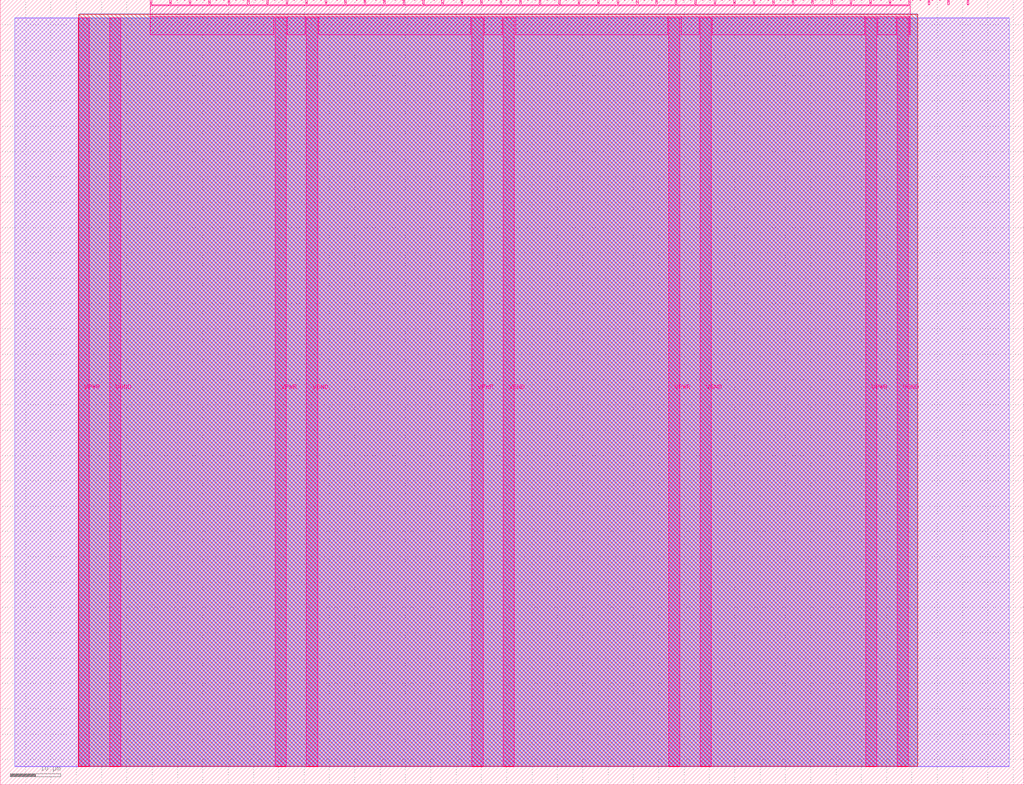
<source format=lef>
VERSION 5.7 ;
  NOWIREEXTENSIONATPIN ON ;
  DIVIDERCHAR "/" ;
  BUSBITCHARS "[]" ;
MACRO tt_um_wokwi_434917260383792129
  CLASS BLOCK ;
  FOREIGN tt_um_wokwi_434917260383792129 ;
  ORIGIN 0.000 0.000 ;
  SIZE 202.080 BY 154.980 ;
  PIN VGND
    DIRECTION INOUT ;
    USE GROUND ;
    PORT
      LAYER Metal5 ;
        RECT 21.580 3.560 23.780 151.420 ;
    END
    PORT
      LAYER Metal5 ;
        RECT 60.450 3.560 62.650 151.420 ;
    END
    PORT
      LAYER Metal5 ;
        RECT 99.320 3.560 101.520 151.420 ;
    END
    PORT
      LAYER Metal5 ;
        RECT 138.190 3.560 140.390 151.420 ;
    END
    PORT
      LAYER Metal5 ;
        RECT 177.060 3.560 179.260 151.420 ;
    END
  END VGND
  PIN VPWR
    DIRECTION INOUT ;
    USE POWER ;
    PORT
      LAYER Metal5 ;
        RECT 15.380 3.560 17.580 151.420 ;
    END
    PORT
      LAYER Metal5 ;
        RECT 54.250 3.560 56.450 151.420 ;
    END
    PORT
      LAYER Metal5 ;
        RECT 93.120 3.560 95.320 151.420 ;
    END
    PORT
      LAYER Metal5 ;
        RECT 131.990 3.560 134.190 151.420 ;
    END
    PORT
      LAYER Metal5 ;
        RECT 170.860 3.560 173.060 151.420 ;
    END
  END VPWR
  PIN clk
    DIRECTION INPUT ;
    USE SIGNAL ;
    PORT
      LAYER Metal5 ;
        RECT 187.050 153.980 187.350 154.980 ;
    END
  END clk
  PIN ena
    DIRECTION INPUT ;
    USE SIGNAL ;
    PORT
      LAYER Metal5 ;
        RECT 190.890 153.980 191.190 154.980 ;
    END
  END ena
  PIN rst_n
    DIRECTION INPUT ;
    USE SIGNAL ;
    PORT
      LAYER Metal5 ;
        RECT 183.210 153.980 183.510 154.980 ;
    END
  END rst_n
  PIN ui_in[0]
    DIRECTION INPUT ;
    USE SIGNAL ;
    ANTENNAGATEAREA 0.180700 ;
    PORT
      LAYER Metal5 ;
        RECT 179.370 153.980 179.670 154.980 ;
    END
  END ui_in[0]
  PIN ui_in[1]
    DIRECTION INPUT ;
    USE SIGNAL ;
    ANTENNAGATEAREA 0.180700 ;
    PORT
      LAYER Metal5 ;
        RECT 175.530 153.980 175.830 154.980 ;
    END
  END ui_in[1]
  PIN ui_in[2]
    DIRECTION INPUT ;
    USE SIGNAL ;
    ANTENNAGATEAREA 0.180700 ;
    PORT
      LAYER Metal5 ;
        RECT 171.690 153.980 171.990 154.980 ;
    END
  END ui_in[2]
  PIN ui_in[3]
    DIRECTION INPUT ;
    USE SIGNAL ;
    ANTENNAGATEAREA 0.180700 ;
    PORT
      LAYER Metal5 ;
        RECT 167.850 153.980 168.150 154.980 ;
    END
  END ui_in[3]
  PIN ui_in[4]
    DIRECTION INPUT ;
    USE SIGNAL ;
    ANTENNAGATEAREA 0.180700 ;
    PORT
      LAYER Metal5 ;
        RECT 164.010 153.980 164.310 154.980 ;
    END
  END ui_in[4]
  PIN ui_in[5]
    DIRECTION INPUT ;
    USE SIGNAL ;
    ANTENNAGATEAREA 0.180700 ;
    PORT
      LAYER Metal5 ;
        RECT 160.170 153.980 160.470 154.980 ;
    END
  END ui_in[5]
  PIN ui_in[6]
    DIRECTION INPUT ;
    USE SIGNAL ;
    ANTENNAGATEAREA 0.180700 ;
    PORT
      LAYER Metal5 ;
        RECT 156.330 153.980 156.630 154.980 ;
    END
  END ui_in[6]
  PIN ui_in[7]
    DIRECTION INPUT ;
    USE SIGNAL ;
    ANTENNAGATEAREA 0.180700 ;
    PORT
      LAYER Metal5 ;
        RECT 152.490 153.980 152.790 154.980 ;
    END
  END ui_in[7]
  PIN uio_in[0]
    DIRECTION INPUT ;
    USE SIGNAL ;
    PORT
      LAYER Metal5 ;
        RECT 148.650 153.980 148.950 154.980 ;
    END
  END uio_in[0]
  PIN uio_in[1]
    DIRECTION INPUT ;
    USE SIGNAL ;
    PORT
      LAYER Metal5 ;
        RECT 144.810 153.980 145.110 154.980 ;
    END
  END uio_in[1]
  PIN uio_in[2]
    DIRECTION INPUT ;
    USE SIGNAL ;
    PORT
      LAYER Metal5 ;
        RECT 140.970 153.980 141.270 154.980 ;
    END
  END uio_in[2]
  PIN uio_in[3]
    DIRECTION INPUT ;
    USE SIGNAL ;
    PORT
      LAYER Metal5 ;
        RECT 137.130 153.980 137.430 154.980 ;
    END
  END uio_in[3]
  PIN uio_in[4]
    DIRECTION INPUT ;
    USE SIGNAL ;
    PORT
      LAYER Metal5 ;
        RECT 133.290 153.980 133.590 154.980 ;
    END
  END uio_in[4]
  PIN uio_in[5]
    DIRECTION INPUT ;
    USE SIGNAL ;
    PORT
      LAYER Metal5 ;
        RECT 129.450 153.980 129.750 154.980 ;
    END
  END uio_in[5]
  PIN uio_in[6]
    DIRECTION INPUT ;
    USE SIGNAL ;
    PORT
      LAYER Metal5 ;
        RECT 125.610 153.980 125.910 154.980 ;
    END
  END uio_in[6]
  PIN uio_in[7]
    DIRECTION INPUT ;
    USE SIGNAL ;
    PORT
      LAYER Metal5 ;
        RECT 121.770 153.980 122.070 154.980 ;
    END
  END uio_in[7]
  PIN uio_oe[0]
    DIRECTION OUTPUT ;
    USE SIGNAL ;
    ANTENNADIFFAREA 0.299200 ;
    PORT
      LAYER Metal5 ;
        RECT 56.490 153.980 56.790 154.980 ;
    END
  END uio_oe[0]
  PIN uio_oe[1]
    DIRECTION OUTPUT ;
    USE SIGNAL ;
    ANTENNADIFFAREA 0.299200 ;
    PORT
      LAYER Metal5 ;
        RECT 52.650 153.980 52.950 154.980 ;
    END
  END uio_oe[1]
  PIN uio_oe[2]
    DIRECTION OUTPUT ;
    USE SIGNAL ;
    ANTENNADIFFAREA 0.299200 ;
    PORT
      LAYER Metal5 ;
        RECT 48.810 153.980 49.110 154.980 ;
    END
  END uio_oe[2]
  PIN uio_oe[3]
    DIRECTION OUTPUT ;
    USE SIGNAL ;
    ANTENNADIFFAREA 0.299200 ;
    PORT
      LAYER Metal5 ;
        RECT 44.970 153.980 45.270 154.980 ;
    END
  END uio_oe[3]
  PIN uio_oe[4]
    DIRECTION OUTPUT ;
    USE SIGNAL ;
    ANTENNADIFFAREA 0.299200 ;
    PORT
      LAYER Metal5 ;
        RECT 41.130 153.980 41.430 154.980 ;
    END
  END uio_oe[4]
  PIN uio_oe[5]
    DIRECTION OUTPUT ;
    USE SIGNAL ;
    ANTENNADIFFAREA 0.299200 ;
    PORT
      LAYER Metal5 ;
        RECT 37.290 153.980 37.590 154.980 ;
    END
  END uio_oe[5]
  PIN uio_oe[6]
    DIRECTION OUTPUT ;
    USE SIGNAL ;
    ANTENNADIFFAREA 0.299200 ;
    PORT
      LAYER Metal5 ;
        RECT 33.450 153.980 33.750 154.980 ;
    END
  END uio_oe[6]
  PIN uio_oe[7]
    DIRECTION OUTPUT ;
    USE SIGNAL ;
    ANTENNADIFFAREA 0.299200 ;
    PORT
      LAYER Metal5 ;
        RECT 29.610 153.980 29.910 154.980 ;
    END
  END uio_oe[7]
  PIN uio_out[0]
    DIRECTION OUTPUT ;
    USE SIGNAL ;
    ANTENNADIFFAREA 0.299200 ;
    PORT
      LAYER Metal5 ;
        RECT 87.210 153.980 87.510 154.980 ;
    END
  END uio_out[0]
  PIN uio_out[1]
    DIRECTION OUTPUT ;
    USE SIGNAL ;
    ANTENNADIFFAREA 0.299200 ;
    PORT
      LAYER Metal5 ;
        RECT 83.370 153.980 83.670 154.980 ;
    END
  END uio_out[1]
  PIN uio_out[2]
    DIRECTION OUTPUT ;
    USE SIGNAL ;
    ANTENNADIFFAREA 0.299200 ;
    PORT
      LAYER Metal5 ;
        RECT 79.530 153.980 79.830 154.980 ;
    END
  END uio_out[2]
  PIN uio_out[3]
    DIRECTION OUTPUT ;
    USE SIGNAL ;
    ANTENNADIFFAREA 0.299200 ;
    PORT
      LAYER Metal5 ;
        RECT 75.690 153.980 75.990 154.980 ;
    END
  END uio_out[3]
  PIN uio_out[4]
    DIRECTION OUTPUT ;
    USE SIGNAL ;
    ANTENNADIFFAREA 0.299200 ;
    PORT
      LAYER Metal5 ;
        RECT 71.850 153.980 72.150 154.980 ;
    END
  END uio_out[4]
  PIN uio_out[5]
    DIRECTION OUTPUT ;
    USE SIGNAL ;
    ANTENNADIFFAREA 0.299200 ;
    PORT
      LAYER Metal5 ;
        RECT 68.010 153.980 68.310 154.980 ;
    END
  END uio_out[5]
  PIN uio_out[6]
    DIRECTION OUTPUT ;
    USE SIGNAL ;
    ANTENNADIFFAREA 0.299200 ;
    PORT
      LAYER Metal5 ;
        RECT 64.170 153.980 64.470 154.980 ;
    END
  END uio_out[6]
  PIN uio_out[7]
    DIRECTION OUTPUT ;
    USE SIGNAL ;
    ANTENNADIFFAREA 0.299200 ;
    PORT
      LAYER Metal5 ;
        RECT 60.330 153.980 60.630 154.980 ;
    END
  END uio_out[7]
  PIN uo_out[0]
    DIRECTION OUTPUT ;
    USE SIGNAL ;
    ANTENNADIFFAREA 0.654800 ;
    PORT
      LAYER Metal5 ;
        RECT 117.930 153.980 118.230 154.980 ;
    END
  END uo_out[0]
  PIN uo_out[1]
    DIRECTION OUTPUT ;
    USE SIGNAL ;
    ANTENNADIFFAREA 0.654800 ;
    PORT
      LAYER Metal5 ;
        RECT 114.090 153.980 114.390 154.980 ;
    END
  END uo_out[1]
  PIN uo_out[2]
    DIRECTION OUTPUT ;
    USE SIGNAL ;
    ANTENNADIFFAREA 0.654800 ;
    PORT
      LAYER Metal5 ;
        RECT 110.250 153.980 110.550 154.980 ;
    END
  END uo_out[2]
  PIN uo_out[3]
    DIRECTION OUTPUT ;
    USE SIGNAL ;
    ANTENNADIFFAREA 0.654800 ;
    PORT
      LAYER Metal5 ;
        RECT 106.410 153.980 106.710 154.980 ;
    END
  END uo_out[3]
  PIN uo_out[4]
    DIRECTION OUTPUT ;
    USE SIGNAL ;
    ANTENNADIFFAREA 0.654800 ;
    PORT
      LAYER Metal5 ;
        RECT 102.570 153.980 102.870 154.980 ;
    END
  END uo_out[4]
  PIN uo_out[5]
    DIRECTION OUTPUT ;
    USE SIGNAL ;
    ANTENNADIFFAREA 0.654800 ;
    PORT
      LAYER Metal5 ;
        RECT 98.730 153.980 99.030 154.980 ;
    END
  END uo_out[5]
  PIN uo_out[6]
    DIRECTION OUTPUT ;
    USE SIGNAL ;
    ANTENNADIFFAREA 0.654800 ;
    PORT
      LAYER Metal5 ;
        RECT 94.890 153.980 95.190 154.980 ;
    END
  END uo_out[6]
  PIN uo_out[7]
    DIRECTION OUTPUT ;
    USE SIGNAL ;
    ANTENNADIFFAREA 0.654800 ;
    PORT
      LAYER Metal5 ;
        RECT 91.050 153.980 91.350 154.980 ;
    END
  END uo_out[7]
  OBS
      LAYER GatPoly ;
        RECT 2.880 3.630 199.200 151.350 ;
      LAYER Metal1 ;
        RECT 2.880 3.560 199.200 151.420 ;
      LAYER Metal2 ;
        RECT 15.515 3.680 181.105 151.300 ;
      LAYER Metal3 ;
        RECT 15.560 3.635 181.060 152.185 ;
      LAYER Metal4 ;
        RECT 15.515 3.680 181.105 152.140 ;
      LAYER Metal5 ;
        RECT 30.120 153.770 33.240 153.980 ;
        RECT 33.960 153.770 37.080 153.980 ;
        RECT 37.800 153.770 40.920 153.980 ;
        RECT 41.640 153.770 44.760 153.980 ;
        RECT 45.480 153.770 48.600 153.980 ;
        RECT 49.320 153.770 52.440 153.980 ;
        RECT 53.160 153.770 56.280 153.980 ;
        RECT 57.000 153.770 60.120 153.980 ;
        RECT 60.840 153.770 63.960 153.980 ;
        RECT 64.680 153.770 67.800 153.980 ;
        RECT 68.520 153.770 71.640 153.980 ;
        RECT 72.360 153.770 75.480 153.980 ;
        RECT 76.200 153.770 79.320 153.980 ;
        RECT 80.040 153.770 83.160 153.980 ;
        RECT 83.880 153.770 87.000 153.980 ;
        RECT 87.720 153.770 90.840 153.980 ;
        RECT 91.560 153.770 94.680 153.980 ;
        RECT 95.400 153.770 98.520 153.980 ;
        RECT 99.240 153.770 102.360 153.980 ;
        RECT 103.080 153.770 106.200 153.980 ;
        RECT 106.920 153.770 110.040 153.980 ;
        RECT 110.760 153.770 113.880 153.980 ;
        RECT 114.600 153.770 117.720 153.980 ;
        RECT 118.440 153.770 121.560 153.980 ;
        RECT 122.280 153.770 125.400 153.980 ;
        RECT 126.120 153.770 129.240 153.980 ;
        RECT 129.960 153.770 133.080 153.980 ;
        RECT 133.800 153.770 136.920 153.980 ;
        RECT 137.640 153.770 140.760 153.980 ;
        RECT 141.480 153.770 144.600 153.980 ;
        RECT 145.320 153.770 148.440 153.980 ;
        RECT 149.160 153.770 152.280 153.980 ;
        RECT 153.000 153.770 156.120 153.980 ;
        RECT 156.840 153.770 159.960 153.980 ;
        RECT 160.680 153.770 163.800 153.980 ;
        RECT 164.520 153.770 167.640 153.980 ;
        RECT 168.360 153.770 171.480 153.980 ;
        RECT 172.200 153.770 175.320 153.980 ;
        RECT 176.040 153.770 179.160 153.980 ;
        RECT 29.660 151.630 179.620 153.770 ;
        RECT 29.660 148.115 54.040 151.630 ;
        RECT 56.660 148.115 60.240 151.630 ;
        RECT 62.860 148.115 92.910 151.630 ;
        RECT 95.530 148.115 99.110 151.630 ;
        RECT 101.730 148.115 131.780 151.630 ;
        RECT 134.400 148.115 137.980 151.630 ;
        RECT 140.600 148.115 170.650 151.630 ;
        RECT 173.270 148.115 176.850 151.630 ;
        RECT 179.470 148.115 179.620 151.630 ;
  END
END tt_um_wokwi_434917260383792129
END LIBRARY


</source>
